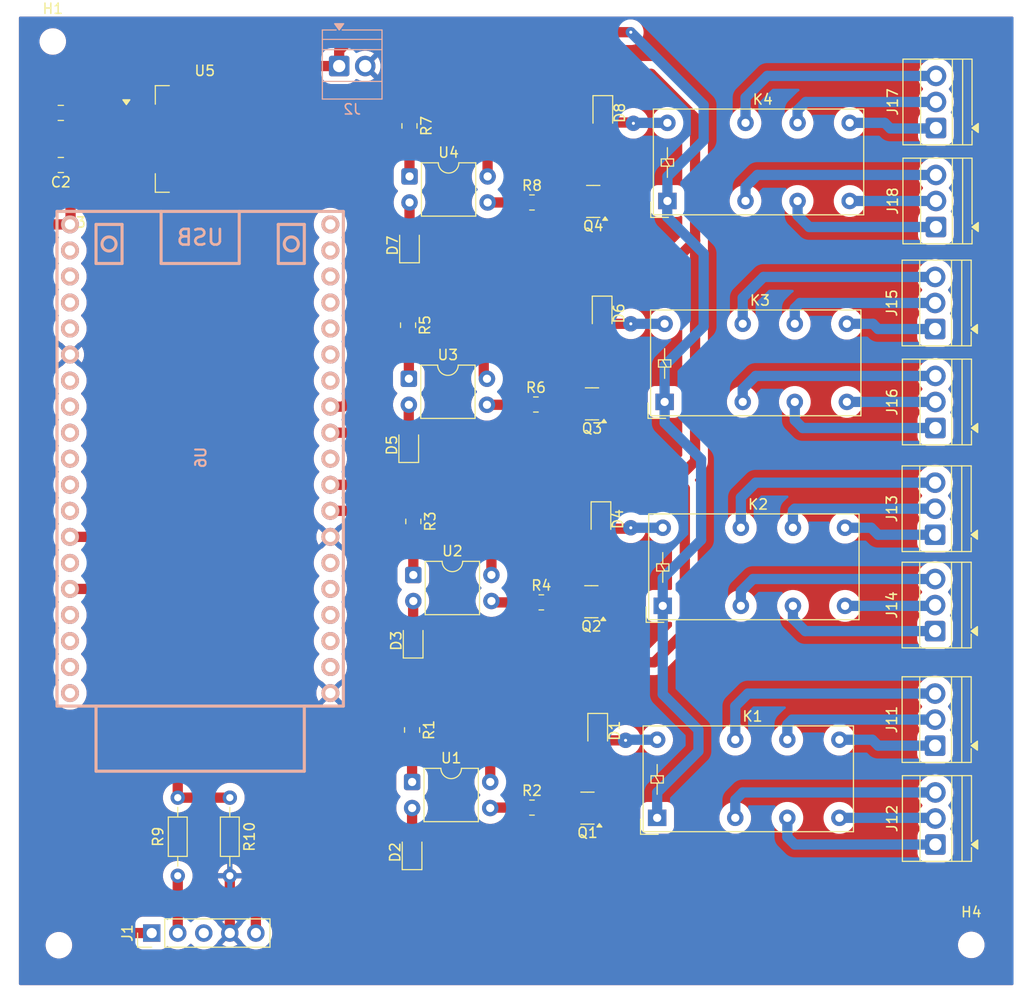
<source format=kicad_pcb>
(kicad_pcb (version 20241229) (generator "pcbnew") (generator_version "9.0")
  (layers (0 "F.Cu" signal) (2 "B.Cu" signal) (13 "F.Paste" user) (15 "B.Paste" user) (5 "F.SilkS" user "F.Silkscreen") (7 "B.SilkS" user "B.Silkscreen") (1 "F.Mask" user) (3 "B.Mask" user) (25 "Edge.Cuts" user))
  (net 0 "")
  (net 1 "Net-(D1-A)")
  (net 2 "Net-(D2-A)")
  (net 3 "GND")
  (net 4 "Net-(D3-A)")
  (net 5 "Net-(D4-A)")
  (net 6 "Net-(D5-A)")
  (net 7 "Net-(D6-A)")
  (net 8 "Net-(D7-A)")
  (net 9 "Net-(D8-A)")
  (net 10 "Net-(Q1-B)")
  (net 11 "Net-(Q2-B)")
  (net 12 "Net-(Q3-B)")
  (net 13 "Net-(Q4-B)")
  (net 14 "Net-(R1-Pad2)")
  (net 15 "Net-(R2-Pad1)")
  (net 16 "Net-(R3-Pad2)")
  (net 17 "Net-(R4-Pad1)")
  (net 18 "Net-(R5-Pad2)")
  (net 19 "Net-(R6-Pad1)")
  (net 20 "Net-(R7-Pad2)")
  (net 21 "Net-(R8-Pad1)")
  (net 22 "+5V")
  (net 23 "+12V")
  (net 24 "NC-1-11")
  (net 25 "NO-2-12")
  (net 26 "NC-2-13")
  (net 27 "CO-2-13")
  (net 28 "NO-2-13")
  (net 29 "NC-1-14")
  (net 30 "NO-1-14")
  (net 31 "CO-1-14")
  (net 32 "NC-2-15")
  (net 33 "CO-2-15")
  (net 34 "NO-2-15")
  (net 35 "NC-1-16")
  (net 36 "NO-1-16")
  (net 37 "CO-1-16")
  (net 38 "NO-2-17")
  (net 39 "NC-2-17")
  (net 40 "CO-2-17")
  (net 41 "NO-1-18")
  (net 42 "CO-1-18")
  (net 43 "NC-1-18")
  (net 44 "NC-2-12")
  (net 45 "CO-2-12")
  (net 46 "DATO K1")
  (net 47 "DATO K2")
  (net 48 "DATO K3")
  (net 49 "DATO K4")
  (net 77 "NO-1-11")
  (net 78 "CO-1-11")
  (net 79 "trig")
  (net 80 "echo")
  (net 81 "D echo")
  (footprint "TerminalBlock:TerminalBlock_Xinya_XY308-2.54-3P_1x03_P2.54mm_Horizontal" (layer "F.Cu") (at 119.0975 165.613 90)
    (property "Reference" "J11")
    (property "Value" "Screw_Terminal_01x03")
  )
  (footprint "Relay_THT:Relay_DPDT_Finder_30.22" (layer "F.Cu") (at 92.5285 151.9775)
    (property "Reference" "K2")
    (property "Value" "HK19F-DCxxV-SHC")
  )
  (footprint "TerminalBlock:TerminalBlock_Xinya_XY308-2.54-3P_1x03_P2.54mm_Horizontal" (layer "F.Cu") (at 119.0975 145.039 90)
    (property "Reference" "J13")
    (property "Value" "Screw_Terminal_01x03")
  )
  (footprint "TerminalBlock:TerminalBlock_Xinya_XY308-2.54-3P_1x03_P2.54mm_Horizontal" (layer "F.Cu") (at 119.0975 154.437 90)
    (property "Reference" "J14")
    (property "Value" "Screw_Terminal_01x03")
  )
  (footprint "Diode_SMD:D_0805_2012Metric" (layer "F.Cu") (at 86.68125 103.886 -90)
    (property "Reference" "D8")
    (property "Value" "D")
  )
  (footprint "TerminalBlock:TerminalBlock_Xinya_XY308-2.54-3P_1x03_P2.54mm_Horizontal" (layer "F.Cu") (at 119.18125 115.0175 90)
    (property "Reference" "J18")
    (property "Value" "Screw_Terminal_01x03")
  )
  (footprint "Package_DIP:DIP-4_W7.62mm" (layer "F.Cu") (at 68.19375 148.965)
    (property "Reference" "U2")
    (property "Value" "EL817")
  )
  (footprint "Package_TO_SOT_SMD:SOT-23" (layer "F.Cu") (at 85.56125 151.572 180)
    (property "Reference" "Q2")
    (property "Value" "BF457")
  )
  (footprint "Relay_THT:Relay_DPDT_Finder_30.22" (layer "F.Cu") (at 92.98125 112.4775)
    (property "Reference" "K4")
    (property "Value" "HK19F-DCxxV-SHC")
  )
  (footprint "TerminalBlock:TerminalBlock_Xinya_XY308-2.54-3P_1x03_P2.54mm_Horizontal" (layer "F.Cu") (at 119.0975 124.968 90)
    (property "Reference" "J15")
    (property "Value" "Screw_Terminal_01x03")
  )
  (footprint "TerminalBlock:TerminalBlock_Xinya_XY308-2.54-3P_1x03_P2.54mm_Horizontal" (layer "F.Cu") (at 119.126 134.625 90)
    (property "Reference" "J16")
    (property "Value" "Screw_Terminal_01x03")
  )
  (footprint "Connector_PinHeader_2.54mm:PinHeader_1x05_P2.54mm_Vertical" (layer "F.Cu") (at 42.672 183.896 90)
    (property "Reference" "J1")
    (property "Value" "Conn_01x05_Pin")
  )
  (footprint "TerminalBlock:TerminalBlock_Xinya_XY308-2.54-3P_1x03_P2.54mm_Horizontal" (layer "F.Cu") (at 119.126 175.26 90)
    (property "Reference" "J12")
    (property "Value" "Screw_Terminal_01x03")
  )
  (footprint "Capacitor_SMD:C_0805_2012Metric" (layer "F.Cu") (at 33.804 108.966 180)
    (property "Reference" "C2")
    (property "Value" "0.1")
  )
  (footprint "LED_SMD:LED_0805_2012Metric" (layer "F.Cu") (at 67.818 116.8225 90)
    (property "Reference" "D7")
    (property "Value" "LED")
  )
  (footprint "LED_SMD:LED_0805_2012Metric" (layer "F.Cu") (at 68.1775 155.38 90)
    (property "Reference" "D3")
    (property "Value" "LED")
  )
  (footprint "Resistor_SMD:R_0805_2012Metric" (layer "F.Cu") (at 79.76875 112.6225)
    (property "Reference" "R8")
    (property "Value" "510")
  )
  (footprint "MountingHole:MountingHole_2.1mm" (layer "F.Cu") (at 122.6275 185.0525)
    (property "Reference" "H4")
    (property "Value" "MountingHole")
  )
  (footprint "Diode_SMD:D_0805_2012Metric" (layer "F.Cu") (at 86.614 123.444 -90)
    (property "Reference" "D6")
    (property "Value" "D")
  )
  (footprint "Resistor_SMD:R_0805_2012Metric" (layer "F.Cu") (at 80.68125 151.638)
    (property "Reference" "R4")
    (property "Value" "510")
  )
  (footprint "Package_TO_SOT_SMD:SOT-23" (layer "F.Cu") (at 85.74375 112.522 180)
    (property "Reference" "Q4")
    (property "Value" "BF457")
  )
  (footprint "Package_DIP:DIP-4_W7.62mm" (layer "F.Cu") (at 67.75875 129.82)
    (property "Reference" "U3")
    (property "Value" "EL817")
  )
  (footprint "LED_SMD:LED_0805_2012Metric" (layer "F.Cu") (at 68.072 176.022 90)
    (property "Reference" "D2")
    (property "Value" "LED")
  )
  (footprint "Resistor_SMD:R_0805_2012Metric" (layer "F.Cu") (at 67.68125 124.595 -90)
    (property "Reference" "R5")
    (property "Value" "1k")
  )
  (footprint "Resistor_THT:R_Axial_DIN0204_L3.6mm_D1.6mm_P7.62mm_Horizontal" (layer "F.Cu") (at 50.292 170.688 -90)
    (property "Reference" "R10")
    (property "Value" "2k")
  )
  (footprint "Relay_THT:Relay_DPDT_Finder_30.22" (layer "F.Cu") (at 92.71 132.08)
    (property "Reference" "K3")
    (property "Value" "HK19F-DCxxV-SHC")
  )
  (footprint "TerminalBlock:TerminalBlock_Xinya_XY308-2.54-3P_1x03_P2.54mm_Horizontal" (layer "F.Cu") (at 119.18125 105.3575 90)
    (property "Reference" "J17")
    (property "Value" "Screw_Terminal_01x03" (hide yes))
  )
  (footprint "Resistor_SMD:R_0805_2012Metric" (layer "F.Cu") (at 67.818 105.156 -90)
    (property "Reference" "R7")
    (property "Value" "1k")
  )
  (footprint "Package_TO_SOT_SMD:TO-263-3_TabPin2" (layer "F.Cu") (at 47.849 106.426)
    (property "Reference" "U5")
    (property "Value" "L7805")
  )
  (footprint "Resistor_SMD:R_0805_2012Metric" (layer "F.Cu") (at 68.19375 143.74 -90)
    (property "Reference" "R3")
    (property "Value" "1k")
  )
  (footprint "LED_SMD:LED_0805_2012Metric" (layer "F.Cu") (at 67.7475 136.3025 90)
    (property "Reference" "D5")
    (property "Value" "LED")
  )
  (footprint "Capacitor_SMD:C_0805_2012Metric" (layer "F.Cu") (at 33.804 103.886 180)
    (property "Reference" "C1" (hide yes))
    (property "Value" "0.33")
  )
  (footprint "Package_TO_SOT_SMD:SOT-23" (layer "F.Cu") (at 85.62625 132.268 180)
    (property "Reference" "Q3")
    (property "Value" "BF457")
  )
  (footprint "Resistor_SMD:R_0805_2012Metric" (layer "F.Cu") (at 80.15125 132.334)
    (property "Reference" "R6")
    (property "Value" "510")
  )
  (footprint "Diode_SMD:D_0805_2012Metric" (layer "F.Cu") (at 86.49875 143.51 -90)
    (property "Reference" "D4")
    (property "Value" "D")
  )
  (footprint "Resistor_SMD:R_0805_2012Metric" (layer "F.Cu") (at 79.76875 171.6575)
    (property "Reference" "R2")
    (property "Value" "510")
  )
  (footprint "Resistor_THT:R_Axial_DIN0204_L3.6mm_D1.6mm_P7.62mm_Horizontal" (layer "F.Cu") (at 45.212 178.308 90)
    (property "Reference" "R9")
    (property "Value" "1k")
  )
  (footprint "Relay_THT:Relay_DPDT_Finder_30.22" (layer "F.Cu") (at 91.98125 172.6575)
    (property "Reference" "K1")
    (property "Value" "HK19F-DCxxV-SHC")
  )
  (footprint "Diode_SMD:D_0805_2012Metric" (layer "F.Cu") (at 86.18125 164.1575 -90)
    (property "Reference" "D1")
    (property "Value" "D")
  )
  (footprint "MountingHole:MountingHole_2.1mm" (layer "F.Cu") (at 33.02 96.9185)
    (property "Reference" "H1")
    (property "Value" "MountingHole")
  )
  (footprint "Package_DIP:DIP-4_W7.62mm" (layer "F.Cu") (at 67.823 110.0825)
    (property "Reference" "U4")
    (property "Value" "EL817" (hide yes))
  )
  (footprint "MountingHole:MountingHole_2.1mm" (layer "F.Cu") (at 33.6175 185.0825)
    (property "Reference" "H3")
    (property "Value" "MountingHole")
  )
  (footprint "Package_TO_SOT_SMD:SOT-23" (layer "F.Cu") (at 85.18125 171.7075 180)
    (property "Reference" "Q1")
    (property "Value" "BF457")
  )
  (footprint "Package_DIP:DIP-4_W7.62mm" (layer "F.Cu") (at 68.077 169.159)
    (property "Reference" "U1")
    (property "Value" "EL817")
  )
  (footprint "Resistor_SMD:R_0805_2012Metric" (layer "F.Cu") (at 68.072 164.084 -90)
    (property "Reference" "R1")
    (property "Value" "1k")
  )
  (footprint "EESTN5:ESP32_DEVKITC" (layer "B.Cu") (at 47.4 137.625 90)
    (property "Reference" "U6")
    (property "Value" "ESP32_DEVKITC" (hide yes))
  )
  (footprint "TerminalBlock:TerminalBlock_Xinya_XY308-2.54-2P_1x02_P2.54mm_Horizontal" (layer "B.Cu") (at 60.96 99.314)
    (property "Reference" "J2")
    (property "Value" "Screw_Terminal_01x02")
  )
  (segment (start 86.11875 170.7575) (end 86.11875 165.1575) (width 1) (layer "F.Cu") (net 1))
  (segment (start 91.92375 165.095) (end 91.98125 165.0375) (width 0.2) (layer "F.Cu") (net 1))
  (segment (start 86.18125 165.095) (end 88.9 165.095) (width 1) (layer "F.Cu") (net 1))
  (segment (start 86.11875 165.1575) (end 86.18125 165.095) (width 0.2) (layer "F.Cu") (net 1))
  (via (at 88.9 165.095) (size 1.5) (drill 0.3) (layers "F.Cu" "B.Cu") (net 1))
  (segment (start 91.98125 165.0375) (end 88.9575 165.0375) (width 1) (layer "B.Cu") (net 1))
  (segment (start 88.9575 165.0375) (end 88.9 165.095) (width 0.2) (layer "B.Cu") (net 1))
  (segment (start 67.4975 171.72125) (end 67.56125 171.6575) (width 0.2) (layer "F.Cu") (net 2))
  (segment (start 68.072 175.0845) (end 68.072 171.704) (width 1) (layer "F.Cu") (net 2))
  (segment (start 68.072 171.704) (end 68.077 171.699) (width 0.2) (layer "F.Cu") (net 2))
  (segment (start 50.292 178.308) (end 50.292 183.896) (width 1) (layer "F.Cu") (net 3))
  (segment (start 68.1775 154.4425) (end 68.1775 151.52125) (width 1) (layer "F.Cu") (net 4))
  (segment (start 68.1775 151.52125) (end 68.19375 151.505) (width 0.2) (layer "F.Cu") (net 4))
  (segment (start 86.49875 144.4475) (end 89.318 144.4475) (width 1) (layer "F.Cu") (net 5))
  (segment (start 89.318 144.4475) (end 89.408 144.3575) (width 0.2) (layer "F.Cu") (net 5))
  (segment (start 86.49875 144.6775) (end 86.49875 150.84) (width 1) (layer "F.Cu") (net 5))
  (via (at 89.408 144.3575) (size 1.5) (drill 0.3) (layers "F.Cu" "B.Cu") (net 5))
  (segment (start 92.5285 144.3575) (end 89.408 144.3575) (width 1) (layer "B.Cu") (net 5))
  (segment (start 67.49375 132.095) (end 67.75875 132.36) (width 0.2) (layer "F.Cu") (net 6))
  (segment (start 67.7475 132.37125) (end 67.75875 132.36) (width 0.2) (layer "F.Cu") (net 6))
  (segment (start 67.7475 135.365) (end 67.7475 132.37125) (width 1) (layer "F.Cu") (net 6))
  (segment (start 67.75625 132.3575) (end 67.75875 132.36) (width 0.2) (layer "F.Cu") (net 6))
  (segment (start 86.56375 131.195) (end 86.56375 124.58875) (width 1) (layer "F.Cu") (net 7))
  (segment (start 89.423 124.475) (end 89.408 124.46) (width 1) (layer "F.Cu") (net 7))
  (segment (start 86.6925 124.46) (end 86.614 124.3815) (width 1) (layer "F.Cu") (net 7))
  (segment (start 89.408 124.46) (end 86.6925 124.46) (width 1) (layer "F.Cu") (net 7))
  (segment (start 86.56375 124.58875) (end 86.6925 124.46) (width 1) (layer "F.Cu") (net 7))
  (via (at 89.408 124.46) (size 1.5) (drill 0.3) (layers "F.Cu" "B.Cu") (net 7))
  (segment (start 92.71 124.46) (end 89.408 124.46) (width 1) (layer "B.Cu") (net 7))
  (segment (start 67.2475 112.75125) (end 67.37625 112.6225) (width 0.2) (layer "F.Cu") (net 8))
  (segment (start 67.823 115.88) (end 67.818 115.885) (width 0.2) (layer "F.Cu") (net 8))
  (segment (start 67.823 112.6225) (end 67.823 115.88) (width 1) (layer "F.Cu") (net 8))
  (segment (start 67.14125 112.8575) (end 67.37625 112.6225) (width 0.2) (layer "F.Cu") (net 8))
  (segment (start 86.68125 104.8235) (end 89.5835 104.8235) (width 1) (layer "F.Cu") (net 9))
  (segment (start 89.5835 104.8235) (end 89.662 104.902) (width 1) (layer "F.Cu") (net 9))
  (segment (start 86.68125 111.4575) (end 86.68125 104.8235) (width 1) (layer "F.Cu") (net 9))
  (segment (start 89.7065 104.8575) (end 89.662 104.902) (width 0.2) (layer "F.Cu") (net 9))
  (via (at 89.662 104.902) (size 1.5) (drill 0.3) (layers "F.Cu" "B.Cu") (net 9))
  (segment (start 92.98125 104.8575) (end 89.7065 104.8575) (width 1) (layer "B.Cu") (net 9))
  (segment (start 89.7065 104.8575) (end 89.662 104.902) (width 0.2) (layer "B.Cu") (net 9))
  (segment (start 80.68125 171.6575) (end 84.19375 171.6575) (width 1) (layer "F.Cu") (net 10))
  (segment (start 84.19375 171.6575) (end 84.24375 171.7075) (width 0.2) (layer "F.Cu") (net 10))
  (segment (start 81.59375 151.638) (end 84.55775 151.638) (width 1) (layer "F.Cu") (net 11))
  (segment (start 81.66125 151.79) (end 81.59375 151.8575) (width 0.2) (layer "F.Cu") (net 11))
  (segment (start 84.55775 151.638) (end 84.62375 151.572) (width 0.2) (layer "F.Cu") (net 11))
  (segment (start 84.63875 132.095) (end 84.68875 132.145) (width 0.2) (layer "F.Cu") (net 12))
  (segment (start 84.62275 132.334) (end 84.68875 132.268) (width 0.2) (layer "F.Cu") (net 12))
  (segment (start 81.06375 132.334) (end 84.62275 132.334) (width 1) (layer "F.Cu") (net 12))
  (segment (start 80.68125 112.6225) (end 84.70575 112.6225) (width 1) (layer "F.Cu") (net 13))
  (segment (start 84.70575 112.6225) (end 84.80625 112.522) (width 0.2) (layer "F.Cu") (net 13))
  (segment (start 67.56125 164.69) (end 67.68125 164.57) (width 0.2) (layer "F.Cu") (net 14))
  (segment (start 68.072 169.154) (end 68.077 169.159) (width 0.2) (layer "F.Cu") (net 14))
  (segment (start 68.072 164.9965) (end 68.072 169.154) (width 1) (layer "F.Cu") (net 14))
  (segment (start 75.7385 171.6575) (end 75.697 171.699) (width 0.2) (layer "F.Cu") (net 15))
  (segment (start 78.85625 171.6575) (end 75.7385 171.6575) (width 1) (layer "F.Cu") (net 15))
  (segment (start 68.19375 144.6525) (end 68.19375 148.965) (width 1) (layer "F.Cu") (net 16))
  (segment (start 79.76875 151.638) (end 75.94675 151.638) (width 1) (layer "F.Cu") (net 17))
  (segment (start 75.94675 151.638) (end 75.81375 151.505) (width 0.2) (layer "F.Cu") (net 17))
  (segment (start 67.75875 129.82) (end 67.75875 125.7025) (width 1) (layer "F.Cu") (net 18))
  (segment (start 67.75875 125.7025) (end 67.56375 125.5075) (width 0.2) (layer "F.Cu") (net 18))
  (segment (start 78.97375 132.36) (end 79.23875 132.095) (width 0.2) (layer "F.Cu") (net 19))
  (segment (start 75.37875 132.36) (end 78.97375 132.36) (width 1) (layer "F.Cu") (net 19))
  (segment (start 67.818 106.0685) (end 67.818 110.0775) (width 1) (layer "F.Cu") (net 20))
  (segment (start 67.818 110.0775) (end 67.823 110.0825) (width 0.2) (layer "F.Cu") (net 20))
  (segment (start 78.85625 112.6225) (end 75.443 112.6225) (width 1) (layer "F.Cu") (net 21))
  (segment (start 34.7 114.765) (end 32.555 114.765) (width 1) (layer "F.Cu") (net 22))
  (segment (start 34.754 108.966) (end 34.754 114.711) (width 1) (layer "F.Cu") (net 22))
  (segment (start 32.555 114.765) (end 32.004 115.316) (width 1) (layer "F.Cu") (net 22))
  (segment (start 32.004 115.316) (end 32.004 178.054) (width 1) (layer "F.Cu") (net 22))
  (segment (start 37.846 183.896) (end 42.672 183.896) (width 1) (layer "F.Cu") (net 22))
  (segment (start 34.754 114.711) (end 34.7 114.765) (width 0.2) (layer "F.Cu") (net 22))
  (segment (start 40.199 108.966) (end 34.7515 108.966) (width 1) (layer "F.Cu") (net 22))
  (segment (start 32.004 178.054) (end 37.846 183.896) (width 1) (layer "F.Cu") (net 22))
  (segment (start 86.11875 163.1575) (end 79.4125 163.1575) (width 1) (layer "F.Cu") (net 23))
  (segment (start 95.68125 116.332) (end 95.68125 137.8575) (width 1) (layer "F.Cu") (net 23))
  (segment (start 88.138 100.076) (end 86.68125 101.53275) (width 1) (layer "F.Cu") (net 23))
  (segment (start 75.697 166.873) (end 75.697 169.159) (width 1) (layer "F.Cu") (net 23))
  (segment (start 86.614 120.65) (end 86.614 122.5065) (width 1) (layer "F.Cu") (net 23))
  (segment (start 62.738 96.012) (end 72.995 96.012) (width 1) (layer "F.Cu") (net 23))
  (segment (start 86.49875 140.83125) (end 86.49875 142.5725) (width 1) (layer "F.Cu") (net 23))
  (segment (start 80.1855 142.5725) (end 86.49875 142.5725) (width 1) (layer "F.Cu") (net 23))
  (segment (start 75.81375 148.965) (end 75.81375 146.94425) (width 1) (layer "F.Cu") (net 23))
  (segment (start 92.37925 119.634) (end 95.68125 116.332) (width 1) (layer "F.Cu") (net 23))
  (segment (start 91.694 157.48) (end 88.392 157.48) (width 1) (layer "F.Cu") (net 23))
  (segment (start 87.63 119.634) (end 92.37925 119.634) (width 1) (layer "F.Cu") (net 23))
  (segment (start 93.83875 139.7) (end 87.63 139.7) (width 1) (layer "F.Cu") (net 23))
  (segment (start 75.06375 129.505) (end 75.37875 129.82) (width 0.2) (layer "F.Cu") (net 23))
  (segment (start 95.68125 104.3575) (end 91.39975 100.076) (width 1) (layer "F.Cu") (net 23))
  (segment (start 86.11875 159.75325) (end 86.11875 163.1575) (width 1) (layer "F.Cu") (net 23))
  (segment (start 75.438 107.442) (end 79.9315 102.9485) (width 1) (layer "F.Cu") (net 23))
  (segment (start 86.68125 101.53275) (end 86.68125 102.9485) (width 1) (layer "F.Cu") (net 23))
  (segment (start 79.9315 102.9485) (end 86.68125 102.9485) (width 1) (layer "F.Cu") (net 23))
  (segment (start 79.4125 163.1575) (end 75.697 166.873) (width 1) (layer "F.Cu") (net 23))
  (segment (start 72.995 96.012) (end 79.9315 102.9485) (width 1) (layer "F.Cu") (net 23))
  (segment (start 72.995 96.012) (end 89.408 96.012) (width 1) (layer "F.Cu") (net 23))
  (segment (start 60.96 99.314) (end 60.96 97.79) (width 1) (layer "F.Cu") (net 23))
  (segment (start 40.199 100.486) (end 41.371 99.314) (width 1) (layer "F.Cu") (net 23))
  (segment (start 94.68125 140.52275) (end 94.68125 154.49275) (width 1) (layer "F.Cu") (net 23))
  (segment (start 41.371 99.314) (end 60.96 99.314) (width 1) (layer "F.Cu") (net 23))
  (segment (start 40.199 103.886) (end 40.199 100.486) (width 1) (layer "F.Cu") (net 23))
  (segment (start 60.96 97.79) (end 62.738 96.012) (width 1) (layer "F.Cu") (net 23))
  (segment (start 95.68125 116.332) (end 95.68125 104.3575) (width 1) (layer "F.Cu") (net 23))
  (segment (start 79.9315 122.5065) (end 75.06375 127.37425) (width 1) (layer "F.Cu") (net 23))
  (segment (start 91.39975 100.076) (end 88.138 100.076) (width 1) (layer "F.Cu") (net 23))
  (segment (start 34.754 103.886) (end 40.199 103.886) (width 1) (layer "F.Cu") (net 23))
  (segment (start 86.614 120.65) (end 87.63 119.634) (width 1) (layer "F.Cu") (net 23))
  (segment (start 93.98 139.7) (end 93.98 139.8215) (width 1) (layer "F.Cu") (net 23))
  (segment (start 75.443 110.0825) (end 75.438 110.0775) (width 1) (layer "F.Cu") (net 23))
  (segment (start 87.63 139.7) (end 86.49875 140.83125) (width 1) (layer "F.Cu") (net 23))
  (segment (start 75.438 110.0775) (end 75.438 107.442) (width 1) (layer "F.Cu") (net 23))
  (segment (start 94.68125 154.49275) (end 91.694 157.48) (width 1) (layer "F.Cu") (net 23))
  (segment (start 86.614 122.5065) (end 79.9315 122.5065) (width 1) (layer "F.Cu") (net 23))
  (segment (start 86.11875 163.1575) (end 86.18125 163.22) (width 0.2) (layer "F.Cu") (net 23))
  (segment (start 93.98 139.8215) (end 94.68125 140.52275) (width 1) (layer "F.Cu") (net 23))
  (segment (start 95.68125 137.8575) (end 93.83875 139.7) (width 1) (layer "F.Cu") (net 23))
  (segment (start 75.06375 127.37425) (end 75.06375 129.505) (width 1) (layer "F.Cu") (net 23))
  (segment (start 75.81375 146.94425) (end 80.1855 142.5725) (width 1) (layer "F.Cu") (net 23))
  (segment (start 93.83875 139.7) (end 93.98 139.7) (width 1) (layer "F.Cu") (net 23))
  (segment (start 88.392 157.48) (end 86.11875 159.75325) (width 1) (layer "F.Cu") (net 23))
  (via (at 89.408 96.012) (size 0.6) (drill 0.3) (layers "F.Cu" "B.Cu") (net 23))
  (segment (start 92.5285 151.9775) (end 92.5285 160.6005) (width 1) (layer "B.Cu") (net 23))
  (segment (start 92.5285 160.6005) (end 96.012 164.084) (width 1) (layer "B.Cu") (net 23))
  (segment (start 92.71 134.112) (end 96.266 137.668) (width 1) (layer "B.Cu") (net 23))
  (segment (start 96.52 117.602) (end 96.52 124.714) (width 1) (layer "B.Cu") (net 23))
  (segment (start 92.964 112.49475) (end 92.964 114.046) (width 1) (layer "B.Cu") (net 23))
  (segment (start 92.98125 110.09175) (end 92.98125 112.4775) (width 1) (layer "B.Cu") (net 23))
  (segment (start 96.52 124.714) (end 92.71 128.524) (width 1) (layer "B.Cu") (net 23))
  (segment (start 96.52 103.124) (end 96.52 106.553) (width 1) (layer "B.Cu") (net 23))
  (segment (start 92.964 114.046) (end 96.52 117.602) (width 1) (layer "B.Cu") (net 23))
  (segment (start 89.408 96.012) (end 96.52 103.124) (width 1) (layer "B.Cu") (net 23))
  (segment (start 91.98125 170.18) (end 91.98125 172.6575) (width 1) (layer "B.Cu") (net 23))
  (segment (start 96.52 106.553) (end 92.98125 110.09175) (width 1) (layer "B.Cu") (net 23))
  (segment (start 96.012 164.084) (end 96.012 166.14925) (width 1) (layer "B.Cu") (net 23))
  (segment (start 96.266 145.542) (end 92.5285 149.2795) (width 1) (layer "B.Cu") (net 23))
  (segment (start 96.012 166.14925) (end 91.98125 170.18) (width 1) (layer "B.Cu") (net 23))
  (segment (start 92.98125 112.4775) (end 92.964 112.49475) (width 1) (layer "B.Cu") (net 23))
  (segment (start 92.71 128.524) (end 92.71 132.08) (width 1) (layer "B.Cu") (net 23))
  (segment (start 96.266 137.668) (end 96.266 145.542) (width 1) (layer "B.Cu") (net 23))
  (segment (start 92.71 132.08) (end 92.71 134.112) (width 1) (layer "B.Cu") (net 23))
  (segment (start 92.5285 149.2795) (end 92.5285 151.9775) (width 1) (layer "B.Cu") (net 23))
  (segment (start 104.68125 174.53125) (end 105.41 175.26) (width 1) (layer "B.Cu") (net 24))
  (segment (start 104.68125 172.6575) (end 104.68125 174.53125) (width 1) (layer "B.Cu") (net 24))
  (segment (start 105.41 175.26) (end 119.126 175.26) (width 1) (layer "B.Cu") (net 24))
  (segment (start 113.543 165.613) (end 119.0975 165.613) (width 1) (layer "B.Cu") (net 25))
  (segment (start 112.9675 165.0375) (end 113.543 165.613) (width 1) (layer "B.Cu") (net 25))
  (segment (start 109.76125 165.0375) (end 112.9675 165.0375) (width 1) (layer "B.Cu") (net 25))
  (segment (start 105.2285 142.6755) (end 105.41 142.494) (width 1) (layer "B.Cu") (net 26))
  (segment (start 105.41 142.494) (end 105.415 142.499) (width 0.2) (layer "B.Cu") (net 26))
  (segment (start 105.2285 144.3575) (end 105.2285 142.6755) (width 1) (layer "B.Cu") (net 26))
  (segment (start 105.415 142.499) (end 119.0975 142.499) (width 1) (layer "B.Cu") (net 26))
  (segment (start 100.1485 144.3575) (end 100.1485 141.4055) (width 1) (layer "B.Cu") (net 27))
  (segment (start 101.595 139.959) (end 119.0975 139.959) (width 1) (layer "B.Cu") (net 27))
  (segment (start 100.1485 141.4055) (end 101.595 139.959) (width 1) (layer "B.Cu") (net 27))
  (segment (start 110.3085 144.3575) (end 112.8615 144.3575) (width 1) (layer "B.Cu") (net 28))
  (segment (start 113.543 145.039) (end 119.0975 145.039) (width 1) (layer "B.Cu") (net 28))
  (segment (start 112.8615 144.3575) (end 113.543 145.039) (width 1) (layer "B.Cu") (net 28))
  (segment (start 106.431 154.437) (end 119.0975 154.437) (width 1) (layer "B.Cu") (net 29))
  (segment (start 105.2285 153.2345) (end 106.431 154.437) (width 1) (layer "B.Cu") (net 29))
  (segment (start 105.2285 151.9775) (end 105.2285 153.2345) (width 1) (layer "B.Cu") (net 29))
  (segment (start 119.017 151.9775) (end 119.0975 151.897) (width 0.2) (layer "B.Cu") (net 30))
  (segment (start 110.3085 151.9775) (end 119.017 151.9775) (width 1) (layer "B.Cu") (net 30))
  (segment (start 100.1485 151.9775) (end 100.1485 150.5495) (width 1) (layer "B.Cu") (net 31))
  (segment (start 101.341 149.357) (end 119.0975 149.357) (width 1) (layer "B.Cu") (net 31))
  (segment (start 100.1485 150.5495) (end 101.341 149.357) (width 1) (layer "B.Cu") (net 31))
  (segment (start 105.918 122.428) (end 119.0975 122.428) (width 1) (layer "B.Cu") (net 32))
  (segment (start 105.41 122.936) (end 105.918 122.428) (width 1) (layer "B.Cu") (net 32))
  (segment (start 105.41 124.46) (end 105.41 122.936) (width 1) (layer "B.Cu") (net 32))
  (segment (start 100.33 121.92) (end 102.362 119.888) (width 1) (layer "B.Cu") (net 33))
  (segment (start 100.33 124.46) (end 100.33 121.92) (width 1) (layer "B.Cu") (net 33))
  (segment (start 102.362 119.888) (end 119.0975 119.888) (width 1) (layer "B.Cu") (net 33))
  (segment (start 110.49 124.46) (end 113.03 124.46) (width 1) (layer "B.Cu") (net 34))
  (segment (start 113.538 124.968) (end 119.0975 124.968) (width 1) (layer "B.Cu") (net 34))
  (segment (start 113.03 124.46) (end 113.538 124.968) (width 1) (layer "B.Cu") (net 34))
  (segment (start 105.41 133.858) (end 106.177 134.625) (width 1) (layer "B.Cu") (net 35))
  (segment (start 105.41 132.08) (end 105.41 133.858) (width 1) (layer "B.Cu") (net 35))
  (segment (start 106.177 134.625) (end 119.126 134.625) (width 1) (layer "B.Cu") (net 35))
  (segment (start 119.121 132.08) (end 119.126 132.085) (width 0.2) (layer "B.Cu") (net 36))
  (segment (start 110.49 132.08) (end 119.121 132.08) (width 1) (layer "B.Cu") (net 36))
  (segment (start 101.595 129.545) (end 119.126 129.545) (width 1) (layer "B.Cu") (net 37))
  (segment (start 100.33 132.08) (end 100.33 130.81) (width 1) (layer "B.Cu") (net 37))
  (segment (start 100.33 130.81) (end 101.595 129.545) (width 1) (layer "B.Cu") (net 37))
  (segment (start 118.89875 105.4025) (end 114.72625 105.4025) (width 1) (layer "B.Cu") (net 38))
  (segment (start 114.72625 105.4025) (end 114.18125 104.8575) (width 1) (layer "B.Cu") (net 38))
  (segment (start 114.18125 104.8575) (end 110.76125 104.8575) (width 1) (layer "B.Cu") (net 38))
  (segment (start 119.18125 102.8175) (end 106.4825 102.8175) (width 1) (layer "B.Cu") (net 39))
  (segment (start 105.68125 103.61875) (end 105.68125 104.8575) (width 1) (layer "B.Cu") (net 39))
  (segment (start 106.4825 102.8175) (end 105.68125 103.61875) (width 1) (layer "B.Cu") (net 39))
  (segment (start 102.7225 100.2775) (end 119.18125 100.2775) (width 1) (layer "B.Cu") (net 40))
  (segment (start 100.60125 104.8575) (end 100.60125 102.39875) (width 1) (layer "B.Cu") (net 40))
  (segment (start 100.60125 102.39875) (end 102.7225 100.2775) (width 1) (layer "B.Cu") (net 40))
  (segment (start 110.76125 112.4775) (end 119.18125 112.4775) (width 1) (layer "B.Cu") (net 41))
  (segment (start 100.60125 112.4775) (end 100.60125 111.09875) (width 1) (layer "B.Cu") (net 42))
  (segment (start 100.60125 111.09875) (end 101.7625 109.9375) (width 1) (layer "B.Cu") (net 42))
  (segment (start 101.7625 109.9375) (end 119.18125 109.9375) (width 1) (layer "B.Cu") (net 42))
  (segment (start 119.18125 115.0175) (end 106.8175 115.0175) (width 1) (layer "B.Cu") (net 43))
  (segment (start 105.68125 113.88125) (end 105.68125 112.4775) (width 1) (layer "B.Cu") (net 43))
  (segment (start 106.8175 115.0175) (end 105.68125 113.88125) (width 1) (layer "B.Cu") (net 43))
  (segment (start 104.68125 163.54275) (end 105.156 163.068) (width 1) (layer "B.Cu") (net 44))
  (segment (start 105.156 163.068) (end 105.161 163.073) (width 0.2) (layer "B.Cu") (net 44))
  (segment (start 104.68125 165.0375) (end 104.68125 163.54275) (width 1) (layer "B.Cu") (net 44))
  (segment (start 105.161 163.073) (end 119.0975 163.073) (width 1) (layer "B.Cu") (net 44))
  (segment (start 100.843 160.533) (end 119.0975 160.533) (width 1) (layer "B.Cu") (net 45))
  (segment (start 99.60125 165.0375) (end 99.60125 161.76475) (width 1) (layer "B.Cu") (net 45))
  (segment (start 99.60125 161.76475) (end 100.838 160.528) (width 1) (layer "B.Cu") (net 45))
  (segment (start 100.838 160.528) (end 100.843 160.533) (width 0.2) (layer "B.Cu") (net 45))
  (segment (start 68.072 160.147) (end 63.9075 155.9825) (width 1) (layer "F.Cu") (net 46))
  (segment (start 62.187 142.705) (end 60.1 142.705) (width 1) (layer "F.Cu") (net 46))
  (segment (start 68.072 163.1715) (end 68.072 160.147) (width 1) (layer "F.Cu") (net 46))
  (segment (start 63.9075 155.9825) (end 63.9075 144.4255) (width 1) (layer "F.Cu") (net 46))
  (segment (start 63.9075 144.4255) (end 62.187 142.705) (width 1) (layer "F.Cu") (net 46))
  (segment (start 68.19375 142.8275) (end 66.3735 142.8275) (width 1) (layer "F.Cu") (net 47))
  (segment (start 63.711 140.165) (end 60.1 140.165) (width 1) (layer "F.Cu") (net 47))
  (segment (start 66.3735 142.8275) (end 63.711 140.165) (width 1) (layer "F.Cu") (net 47))
  (segment (start 64.516 132.842) (end 62.273 135.085) (width 1) (layer "F.Cu") (net 48))
  (segment (start 67.68125 123.6825) (end 67.68125 123.2375) (width 0.2) (layer "F.Cu") (net 48))
  (segment (start 65.2935 123.6825) (end 64.516 124.46) (width 1) (layer "F.Cu") (net 48))
  (segment (start 62.273 135.085) (end 60.1 135.085) (width 1) (layer "F.Cu") (net 48))
  (segment (start 67.68125 123.6825) (end 65.2935 123.6825) (width 1) (layer "F.Cu") (net 48))
  (segment (start 64.516 124.46) (end 64.516 132.842) (width 1) (layer "F.Cu") (net 48))
  (segment (start 62.484 107.2915) (end 62.484 131.398436) (width 1) (layer "F.Cu") (net 49))
  (segment (start 61.337436 132.545) (end 60.1 132.545) (width 1) (layer "F.Cu") (net 49))
  (segment (start 62.484 131.398436) (end 61.337436 132.545) (width 1) (layer "F.Cu") (net 49))
  (segment (start 65.532 104.2435) (end 62.484 107.2915) (width 1) (layer "F.Cu") (net 49))
  (segment (start 67.818 104.2435) (end 65.532 104.2435) (width 1) (layer "F.Cu") (net 49))
  (segment (start 109.76125 172.6575) (end 119.0635 172.6575) (width 1) (layer "B.Cu") (net 77))
  (segment (start 119.0635 172.6575) (end 119.126 172.72) (width 0.2) (layer "B.Cu") (net 77))
  (segment (start 100.33 170.18) (end 119.126 170.18) (width 1) (layer "B.Cu") (net 78))
  (segment (start 99.60125 170.90875) (end 100.33 170.18) (width 1) (layer "B.Cu") (net 78))
  (segment (start 99.60125 172.6575) (end 99.60125 170.90875) (width 1) (layer "B.Cu") (net 78))
  (segment (start 52.832 180.594) (end 52.832 183.896) (width 1) (layer "F.Cu") (net 79))
  (segment (start 53.848 179.578) (end 53.848 168.91) (width 1) (layer "F.Cu") (net 79))
  (segment (start 41.613 145.245) (end 34.7 145.245) (width 1) (layer "F.Cu") (net 79))
  (segment (start 53.848 179.578) (end 52.832 180.594) (width 1) (layer "F.Cu") (net 79))
  (segment (start 53.848 168.91) (end 47.498 162.56) (width 1) (layer "F.Cu") (net 79))
  (segment (start 47.498 151.13) (end 41.613 145.245) (width 1) (layer "F.Cu") (net 79))
  (segment (start 47.498 162.56) (end 47.498 151.13) (width 1) (layer "F.Cu") (net 79))
  (segment (start 45.212 178.308) (end 45.212 183.896) (width 1) (layer "F.Cu") (net 80))
  (segment (start 50.292 170.688) (end 45.212 170.688) (width 1) (layer "F.Cu") (net 81))
  (segment (start 42.629 150.325) (end 45.212 152.908) (width 1) (layer "F.Cu") (net 81))
  (segment (start 34.7 150.325) (end 42.629 150.325) (width 1) (layer "F.Cu") (net 81))
  (segment (start 45.212 152.908) (end 45.212 170.688) (width 1) (layer "F.Cu") (net 81))
  (zone (net 3) (net_name "GND") (layers "F.Cu" "B.Cu") (connect_pads (clearance 0.5)) (min_thickness 0.25) (fill yes (thermal_gap 0.5) (thermal_bridge_width 0.5))
    (polygon (pts (xy 29.718 94.488) (xy 126.746 94.488) (xy 126.746 188.976) (xy 29.718 188.976)))
  )
)
</source>
